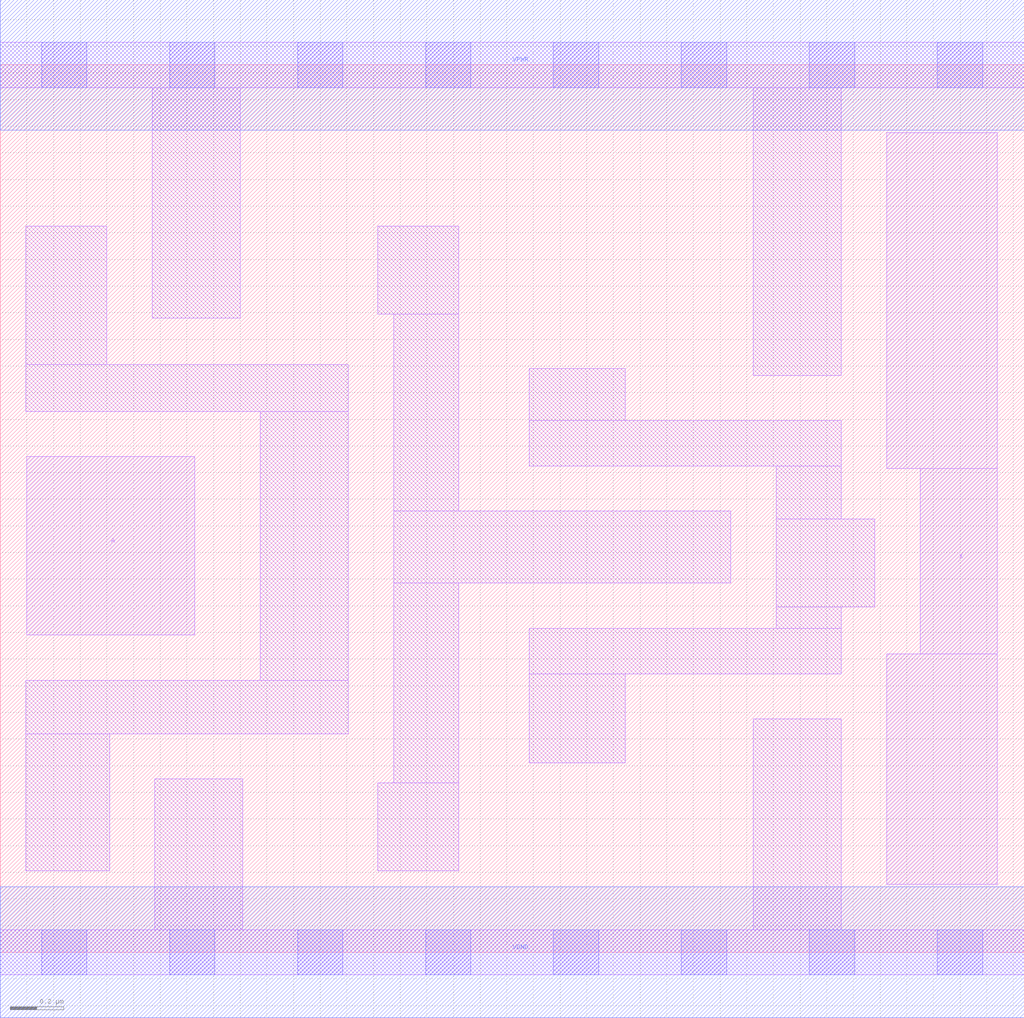
<source format=lef>
# Copyright 2020 The SkyWater PDK Authors
#
# Licensed under the Apache License, Version 2.0 (the "License");
# you may not use this file except in compliance with the License.
# You may obtain a copy of the License at
#
#     https://www.apache.org/licenses/LICENSE-2.0
#
# Unless required by applicable law or agreed to in writing, software
# distributed under the License is distributed on an "AS IS" BASIS,
# WITHOUT WARRANTIES OR CONDITIONS OF ANY KIND, either express or implied.
# See the License for the specific language governing permissions and
# limitations under the License.
#
# SPDX-License-Identifier: Apache-2.0

VERSION 5.7 ;
  NAMESCASESENSITIVE ON ;
  NOWIREEXTENSIONATPIN ON ;
  DIVIDERCHAR "/" ;
  BUSBITCHARS "[]" ;
UNITS
  DATABASE MICRONS 200 ;
END UNITS
MACRO sky130_fd_sc_lp__dlygate4s15_1
  CLASS CORE ;
  SOURCE USER ;
  FOREIGN sky130_fd_sc_lp__dlygate4s15_1 ;
  ORIGIN  0.000000  0.000000 ;
  SIZE  3.840000 BY  3.330000 ;
  SYMMETRY X Y R90 ;
  SITE unit ;
  PIN A
    ANTENNAGATEAREA  0.126000 ;
    DIRECTION INPUT ;
    USE SIGNAL ;
    PORT
      LAYER li1 ;
        RECT 0.100000 1.190000 0.730000 1.860000 ;
    END
  END A
  PIN X
    ANTENNADIFFAREA  0.556500 ;
    DIRECTION OUTPUT ;
    USE SIGNAL ;
    PORT
      LAYER li1 ;
        RECT 3.325000 0.255000 3.740000 1.120000 ;
        RECT 3.325000 1.815000 3.740000 3.075000 ;
        RECT 3.450000 1.120000 3.740000 1.815000 ;
    END
  END X
  PIN VGND
    DIRECTION INOUT ;
    USE GROUND ;
    PORT
      LAYER met1 ;
        RECT 0.000000 -0.245000 3.840000 0.245000 ;
    END
  END VGND
  PIN VPWR
    DIRECTION INOUT ;
    USE POWER ;
    PORT
      LAYER met1 ;
        RECT 0.000000 3.085000 3.840000 3.575000 ;
    END
  END VPWR
  OBS
    LAYER li1 ;
      RECT 0.000000 -0.085000 3.840000 0.085000 ;
      RECT 0.000000  3.245000 3.840000 3.415000 ;
      RECT 0.095000  0.305000 0.410000 0.820000 ;
      RECT 0.095000  0.820000 1.305000 1.020000 ;
      RECT 0.095000  2.030000 1.305000 2.205000 ;
      RECT 0.095000  2.205000 0.400000 2.725000 ;
      RECT 0.570000  2.380000 0.900000 3.245000 ;
      RECT 0.580000  0.085000 0.910000 0.650000 ;
      RECT 0.975000  1.020000 1.305000 2.030000 ;
      RECT 1.415000  0.305000 1.720000 0.635000 ;
      RECT 1.415000  2.395000 1.720000 2.725000 ;
      RECT 1.475000  0.635000 1.720000 1.385000 ;
      RECT 1.475000  1.385000 2.740000 1.655000 ;
      RECT 1.475000  1.655000 1.720000 2.395000 ;
      RECT 1.985000  0.710000 2.345000 1.045000 ;
      RECT 1.985000  1.045000 3.155000 1.215000 ;
      RECT 1.985000  1.825000 3.155000 1.995000 ;
      RECT 1.985000  1.995000 2.345000 2.190000 ;
      RECT 2.825000  0.085000 3.155000 0.875000 ;
      RECT 2.825000  2.165000 3.155000 3.245000 ;
      RECT 2.910000  1.215000 3.155000 1.295000 ;
      RECT 2.910000  1.295000 3.280000 1.625000 ;
      RECT 2.910000  1.625000 3.155000 1.825000 ;
    LAYER mcon ;
      RECT 0.155000 -0.085000 0.325000 0.085000 ;
      RECT 0.155000  3.245000 0.325000 3.415000 ;
      RECT 0.635000 -0.085000 0.805000 0.085000 ;
      RECT 0.635000  3.245000 0.805000 3.415000 ;
      RECT 1.115000 -0.085000 1.285000 0.085000 ;
      RECT 1.115000  3.245000 1.285000 3.415000 ;
      RECT 1.595000 -0.085000 1.765000 0.085000 ;
      RECT 1.595000  3.245000 1.765000 3.415000 ;
      RECT 2.075000 -0.085000 2.245000 0.085000 ;
      RECT 2.075000  3.245000 2.245000 3.415000 ;
      RECT 2.555000 -0.085000 2.725000 0.085000 ;
      RECT 2.555000  3.245000 2.725000 3.415000 ;
      RECT 3.035000 -0.085000 3.205000 0.085000 ;
      RECT 3.035000  3.245000 3.205000 3.415000 ;
      RECT 3.515000 -0.085000 3.685000 0.085000 ;
      RECT 3.515000  3.245000 3.685000 3.415000 ;
  END
END sky130_fd_sc_lp__dlygate4s15_1
END LIBRARY

</source>
